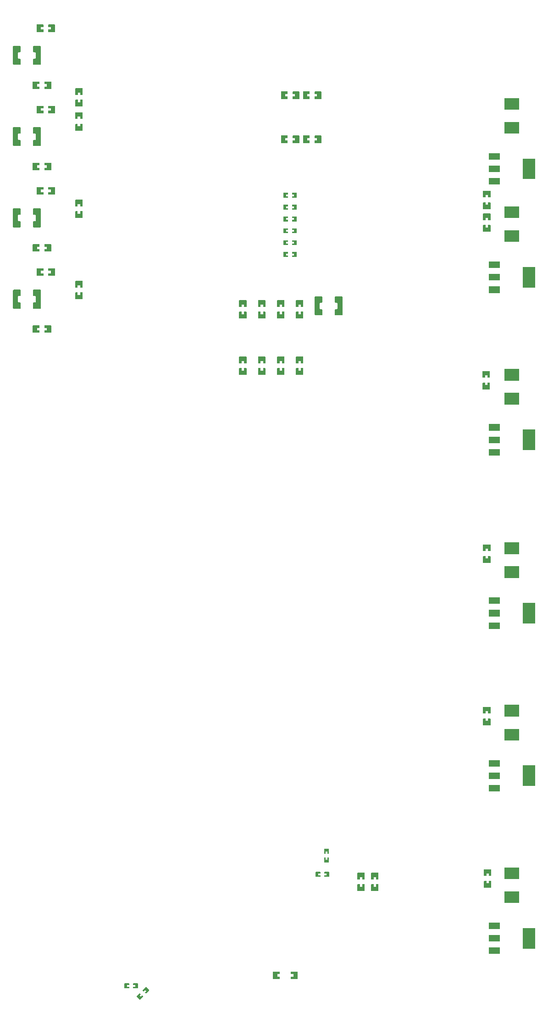
<source format=gbp>
G04 Layer: BottomPasteMaskLayer*
G04 EasyEDA v6.5.9, 2022-07-29 15:52:37*
G04 80419b3afb544e71809359e13b9e66d5,1d0123f043c44c6e98dfa3af7fe3442e,10*
G04 Gerber Generator version 0.2*
G04 Scale: 100 percent, Rotated: No, Reflected: No *
G04 Dimensions in millimeters *
G04 leading zeros omitted , absolute positions ,4 integer and 5 decimal *
%FSLAX45Y45*%
%MOMM*%

%ADD10C,0.0001*%

%LPD*%
G36*
X2581859Y943660D02*
G01*
X2525268Y887120D01*
X2525268Y880059D01*
X2581859Y823468D01*
X2588920Y823468D01*
X2645511Y880059D01*
X2645511Y887120D01*
X2628392Y904240D01*
X2602230Y878078D01*
X2578862Y901395D01*
X2605024Y927557D01*
X2588920Y943660D01*
G37*
G36*
X2694279Y1056132D02*
G01*
X2638399Y1000252D01*
X2638399Y993190D01*
X2654554Y977087D01*
X2681427Y1003909D01*
X2704744Y980592D01*
X2677871Y953719D01*
X2694990Y936599D01*
X2702052Y936599D01*
X2757932Y992479D01*
X2757932Y999540D01*
X2701340Y1056132D01*
G37*
G36*
X2465222Y1124508D02*
G01*
X2460193Y1119479D01*
X2460193Y1095298D01*
X2497175Y1095298D01*
X2497175Y1062278D01*
X2460193Y1062278D01*
X2460193Y1039520D01*
X2465222Y1034491D01*
X2545181Y1034491D01*
X2550210Y1039520D01*
X2550210Y1119479D01*
X2545181Y1124508D01*
G37*
G36*
X2306218Y1124508D02*
G01*
X2301189Y1119479D01*
X2301189Y1039520D01*
X2306218Y1034491D01*
X2385212Y1034491D01*
X2390190Y1039520D01*
X2390190Y1062278D01*
X2352192Y1062278D01*
X2352192Y1095298D01*
X2390190Y1095298D01*
X2390190Y1119479D01*
X2385212Y1124508D01*
G37*
G36*
X6944512Y2952699D02*
G01*
X6944512Y2907690D01*
X6899503Y2907690D01*
X6899503Y2951683D01*
X6857492Y2952191D01*
X6852513Y2947212D01*
X6852513Y2832201D01*
X6857492Y2827172D01*
X6985508Y2827172D01*
X6990486Y2832201D01*
X6990486Y2947212D01*
X6985508Y2952191D01*
G37*
G36*
X6857492Y3167176D02*
G01*
X6852513Y3162198D01*
X6852513Y3047187D01*
X6857492Y3042208D01*
X6899503Y3042208D01*
X6899503Y3086709D01*
X6944512Y3086709D01*
X6944512Y3042716D01*
X6985508Y3042208D01*
X6990486Y3047187D01*
X6990486Y3162198D01*
X6985508Y3167176D01*
G37*
G36*
X6690512Y2952699D02*
G01*
X6690512Y2907690D01*
X6645503Y2907690D01*
X6645503Y2951683D01*
X6603492Y2952191D01*
X6598513Y2947212D01*
X6598513Y2832201D01*
X6603492Y2827172D01*
X6731508Y2827172D01*
X6736486Y2832201D01*
X6736486Y2947212D01*
X6731508Y2952191D01*
G37*
G36*
X6603492Y3167176D02*
G01*
X6598513Y3162198D01*
X6598513Y3047187D01*
X6603492Y3042208D01*
X6645503Y3042208D01*
X6645503Y3086709D01*
X6690512Y3086709D01*
X6690512Y3042716D01*
X6731508Y3042208D01*
X6736486Y3047187D01*
X6736486Y3162198D01*
X6731508Y3167176D01*
G37*
G36*
X612444Y17766995D02*
G01*
X607466Y17761966D01*
X607466Y17634000D01*
X612444Y17628971D01*
X727456Y17628971D01*
X732434Y17634000D01*
X732942Y17674996D01*
X687933Y17674996D01*
X687933Y17720005D01*
X731977Y17720005D01*
X732434Y17761966D01*
X727456Y17766995D01*
G37*
G36*
X827430Y17766995D02*
G01*
X822452Y17761966D01*
X822452Y17720005D01*
X866952Y17720005D01*
X866952Y17674996D01*
X822960Y17674996D01*
X822452Y17634000D01*
X827430Y17628971D01*
X942441Y17628971D01*
X947470Y17634000D01*
X947470Y17761966D01*
X942441Y17766995D01*
G37*
G36*
X612444Y16267125D02*
G01*
X607466Y16262096D01*
X607466Y16134130D01*
X612444Y16129101D01*
X727456Y16129101D01*
X732434Y16134130D01*
X732942Y16175126D01*
X687933Y16175126D01*
X687933Y16220135D01*
X731977Y16220135D01*
X732434Y16262096D01*
X727456Y16267125D01*
G37*
G36*
X827430Y16267125D02*
G01*
X822452Y16262096D01*
X822452Y16220135D01*
X866952Y16220135D01*
X866952Y16175126D01*
X822960Y16175126D01*
X822452Y16134130D01*
X827430Y16129101D01*
X942441Y16129101D01*
X947470Y16134130D01*
X947470Y16262096D01*
X942441Y16267125D01*
G37*
G36*
X612444Y14767001D02*
G01*
X607466Y14761972D01*
X607466Y14634006D01*
X612444Y14628977D01*
X727456Y14628977D01*
X732434Y14634006D01*
X732942Y14675002D01*
X687933Y14675002D01*
X687933Y14720011D01*
X731977Y14720011D01*
X732434Y14761972D01*
X727456Y14767001D01*
G37*
G36*
X827430Y14767001D02*
G01*
X822452Y14761972D01*
X822452Y14720011D01*
X866952Y14720011D01*
X866952Y14675002D01*
X822960Y14675002D01*
X822452Y14634006D01*
X827430Y14628977D01*
X942441Y14628977D01*
X947470Y14634006D01*
X947470Y14761972D01*
X942441Y14767001D01*
G37*
G36*
X612444Y13266877D02*
G01*
X607466Y13261848D01*
X607466Y13133882D01*
X612444Y13128853D01*
X727456Y13128853D01*
X732434Y13133882D01*
X732942Y13174878D01*
X687933Y13174878D01*
X687933Y13219887D01*
X731977Y13219887D01*
X732434Y13261848D01*
X727456Y13266877D01*
G37*
G36*
X827430Y13266877D02*
G01*
X822452Y13261848D01*
X822452Y13219887D01*
X866952Y13219887D01*
X866952Y13174878D01*
X822960Y13174878D01*
X822452Y13133882D01*
X827430Y13128853D01*
X942441Y13128853D01*
X947470Y13133882D01*
X947470Y13261848D01*
X942441Y13266877D01*
G37*
G36*
X5992520Y3445306D02*
G01*
X5987491Y3440277D01*
X5987491Y3360318D01*
X5992520Y3355289D01*
X6072479Y3355289D01*
X6077508Y3360318D01*
X6077508Y3440277D01*
X6072479Y3445306D01*
X6048298Y3445306D01*
X6048298Y3408273D01*
X6015278Y3408273D01*
X6015278Y3445306D01*
G37*
G36*
X5992520Y3604310D02*
G01*
X5987491Y3599281D01*
X5987491Y3520287D01*
X5992520Y3515309D01*
X6015278Y3515309D01*
X6015278Y3553307D01*
X6048298Y3553307D01*
X6048298Y3515309D01*
X6072479Y3515309D01*
X6077508Y3520287D01*
X6077508Y3599281D01*
X6072479Y3604310D01*
G37*
G36*
X5995822Y3181908D02*
G01*
X5990793Y3176879D01*
X5990793Y3152698D01*
X6027775Y3152698D01*
X6027775Y3119678D01*
X5990793Y3119678D01*
X5990793Y3096920D01*
X5995822Y3091891D01*
X6075781Y3091891D01*
X6080810Y3096920D01*
X6080810Y3176879D01*
X6075781Y3181908D01*
G37*
G36*
X5836818Y3181908D02*
G01*
X5831789Y3176879D01*
X5831789Y3096920D01*
X5836818Y3091891D01*
X5915812Y3091891D01*
X5920790Y3096920D01*
X5920790Y3119678D01*
X5882792Y3119678D01*
X5882792Y3152698D01*
X5920790Y3152698D01*
X5920790Y3176879D01*
X5915812Y3181908D01*
G37*
G36*
X5194401Y16769486D02*
G01*
X5189372Y16764507D01*
X5189372Y16636492D01*
X5194401Y16631513D01*
X5309412Y16631513D01*
X5314391Y16636492D01*
X5314899Y16677487D01*
X5269890Y16677487D01*
X5269890Y16722496D01*
X5313883Y16722496D01*
X5314391Y16764507D01*
X5309412Y16769486D01*
G37*
G36*
X5409387Y16769486D02*
G01*
X5404408Y16764507D01*
X5404408Y16722496D01*
X5448909Y16722496D01*
X5448909Y16677487D01*
X5404916Y16677487D01*
X5404408Y16636492D01*
X5409387Y16631513D01*
X5524398Y16631513D01*
X5529376Y16636492D01*
X5529376Y16764507D01*
X5524398Y16769486D01*
G37*
G36*
X5194401Y17582286D02*
G01*
X5189372Y17577308D01*
X5189372Y17449292D01*
X5194401Y17444313D01*
X5309412Y17444313D01*
X5314391Y17449292D01*
X5314899Y17490287D01*
X5269890Y17490287D01*
X5269890Y17535296D01*
X5313883Y17535296D01*
X5314391Y17577308D01*
X5309412Y17582286D01*
G37*
G36*
X5409387Y17582286D02*
G01*
X5404408Y17577308D01*
X5404408Y17535296D01*
X5448909Y17535296D01*
X5448909Y17490287D01*
X5404916Y17490287D01*
X5404408Y17449292D01*
X5409387Y17444313D01*
X5524398Y17444313D01*
X5529376Y17449292D01*
X5529376Y17577308D01*
X5524398Y17582286D01*
G37*
G36*
X5600801Y16769486D02*
G01*
X5595772Y16764507D01*
X5595772Y16636492D01*
X5600801Y16631513D01*
X5715812Y16631513D01*
X5720791Y16636492D01*
X5721299Y16677487D01*
X5676290Y16677487D01*
X5676290Y16722496D01*
X5720283Y16722496D01*
X5720791Y16764507D01*
X5715812Y16769486D01*
G37*
G36*
X5815787Y16769486D02*
G01*
X5810808Y16764507D01*
X5810808Y16722496D01*
X5855309Y16722496D01*
X5855309Y16677487D01*
X5811316Y16677487D01*
X5810808Y16636492D01*
X5815787Y16631513D01*
X5930798Y16631513D01*
X5935776Y16636492D01*
X5935776Y16764507D01*
X5930798Y16769486D01*
G37*
G36*
X5600801Y17582286D02*
G01*
X5595772Y17577308D01*
X5595772Y17449292D01*
X5600801Y17444313D01*
X5715812Y17444313D01*
X5720791Y17449292D01*
X5721299Y17490287D01*
X5676290Y17490287D01*
X5676290Y17535296D01*
X5720283Y17535296D01*
X5720791Y17577308D01*
X5715812Y17582286D01*
G37*
G36*
X5815787Y17582286D02*
G01*
X5810808Y17577308D01*
X5810808Y17535296D01*
X5855309Y17535296D01*
X5855309Y17490287D01*
X5811316Y17490287D01*
X5810808Y17449292D01*
X5815787Y17444313D01*
X5930798Y17444313D01*
X5935776Y17449292D01*
X5935776Y17577308D01*
X5930798Y17582286D01*
G37*
G36*
X5398922Y15711728D02*
G01*
X5393893Y15706699D01*
X5393893Y15682518D01*
X5430875Y15682518D01*
X5430875Y15649498D01*
X5393893Y15649498D01*
X5393893Y15626740D01*
X5398922Y15621711D01*
X5478881Y15621711D01*
X5483910Y15626740D01*
X5483910Y15706699D01*
X5478881Y15711728D01*
G37*
G36*
X5239918Y15711728D02*
G01*
X5234889Y15706699D01*
X5234889Y15626740D01*
X5239918Y15621711D01*
X5318912Y15621711D01*
X5323890Y15626740D01*
X5323890Y15649498D01*
X5285892Y15649498D01*
X5285892Y15682518D01*
X5323890Y15682518D01*
X5323890Y15706699D01*
X5318912Y15711728D01*
G37*
G36*
X5398922Y15493288D02*
G01*
X5393893Y15488259D01*
X5393893Y15464078D01*
X5430875Y15464078D01*
X5430875Y15431058D01*
X5393893Y15431058D01*
X5393893Y15408300D01*
X5398922Y15403271D01*
X5478881Y15403271D01*
X5483910Y15408300D01*
X5483910Y15488259D01*
X5478881Y15493288D01*
G37*
G36*
X5239918Y15493288D02*
G01*
X5234889Y15488259D01*
X5234889Y15408300D01*
X5239918Y15403271D01*
X5318912Y15403271D01*
X5323890Y15408300D01*
X5323890Y15431058D01*
X5285892Y15431058D01*
X5285892Y15464078D01*
X5323890Y15464078D01*
X5323890Y15488259D01*
X5318912Y15493288D01*
G37*
G36*
X5398922Y15274848D02*
G01*
X5393893Y15269819D01*
X5393893Y15245638D01*
X5430875Y15245638D01*
X5430875Y15212618D01*
X5393893Y15212618D01*
X5393893Y15189860D01*
X5398922Y15184831D01*
X5478881Y15184831D01*
X5483910Y15189860D01*
X5483910Y15269819D01*
X5478881Y15274848D01*
G37*
G36*
X5239918Y15274848D02*
G01*
X5234889Y15269819D01*
X5234889Y15189860D01*
X5239918Y15184831D01*
X5318912Y15184831D01*
X5323890Y15189860D01*
X5323890Y15212618D01*
X5285892Y15212618D01*
X5285892Y15245638D01*
X5323890Y15245638D01*
X5323890Y15269819D01*
X5318912Y15274848D01*
G37*
G36*
X5398922Y15056408D02*
G01*
X5393893Y15051379D01*
X5393893Y15027198D01*
X5430875Y15027198D01*
X5430875Y14994178D01*
X5393893Y14994178D01*
X5393893Y14971420D01*
X5398922Y14966391D01*
X5478881Y14966391D01*
X5483910Y14971420D01*
X5483910Y15051379D01*
X5478881Y15056408D01*
G37*
G36*
X5239918Y15056408D02*
G01*
X5234889Y15051379D01*
X5234889Y14971420D01*
X5239918Y14966391D01*
X5318912Y14966391D01*
X5323890Y14971420D01*
X5323890Y14994178D01*
X5285892Y14994178D01*
X5285892Y15027198D01*
X5323890Y15027198D01*
X5323890Y15051379D01*
X5318912Y15056408D01*
G37*
G36*
X5398922Y14837968D02*
G01*
X5393893Y14832939D01*
X5393893Y14808758D01*
X5430875Y14808758D01*
X5430875Y14775738D01*
X5393893Y14775738D01*
X5393893Y14752980D01*
X5398922Y14747951D01*
X5478881Y14747951D01*
X5483910Y14752980D01*
X5483910Y14832939D01*
X5478881Y14837968D01*
G37*
G36*
X5239918Y14837968D02*
G01*
X5234889Y14832939D01*
X5234889Y14752980D01*
X5239918Y14747951D01*
X5318912Y14747951D01*
X5323890Y14752980D01*
X5323890Y14775738D01*
X5285892Y14775738D01*
X5285892Y14808758D01*
X5323890Y14808758D01*
X5323890Y14832939D01*
X5318912Y14837968D01*
G37*
G36*
X5398922Y14619528D02*
G01*
X5393893Y14614499D01*
X5393893Y14590318D01*
X5430875Y14590318D01*
X5430875Y14557298D01*
X5393893Y14557298D01*
X5393893Y14534540D01*
X5398922Y14529511D01*
X5478881Y14529511D01*
X5483910Y14534540D01*
X5483910Y14614499D01*
X5478881Y14619528D01*
G37*
G36*
X5239918Y14619528D02*
G01*
X5234889Y14614499D01*
X5234889Y14534540D01*
X5239918Y14529511D01*
X5318912Y14529511D01*
X5323890Y14534540D01*
X5323890Y14557298D01*
X5285892Y14557298D01*
X5285892Y14590318D01*
X5323890Y14590318D01*
X5323890Y14614499D01*
X5318912Y14619528D01*
G37*
G36*
X1483512Y17430699D02*
G01*
X1483512Y17385690D01*
X1438503Y17385690D01*
X1438503Y17429683D01*
X1396492Y17430191D01*
X1391513Y17425212D01*
X1391513Y17310201D01*
X1396492Y17305172D01*
X1524508Y17305172D01*
X1529486Y17310201D01*
X1529486Y17425212D01*
X1524508Y17430191D01*
G37*
G36*
X1396492Y17645176D02*
G01*
X1391513Y17640198D01*
X1391513Y17525187D01*
X1396492Y17520208D01*
X1438503Y17520208D01*
X1438503Y17564709D01*
X1483512Y17564709D01*
X1483512Y17520716D01*
X1524508Y17520208D01*
X1529486Y17525187D01*
X1529486Y17640198D01*
X1524508Y17645176D01*
G37*
G36*
X1396492Y17200727D02*
G01*
X1391513Y17195698D01*
X1391513Y17080687D01*
X1396492Y17075708D01*
X1437487Y17075200D01*
X1437487Y17120209D01*
X1482496Y17120209D01*
X1482496Y17076216D01*
X1524508Y17075708D01*
X1529486Y17080687D01*
X1529486Y17195698D01*
X1524508Y17200727D01*
G37*
G36*
X1396492Y16985691D02*
G01*
X1391513Y16980712D01*
X1391513Y16865701D01*
X1396492Y16860723D01*
X1524508Y16860723D01*
X1529486Y16865701D01*
X1529486Y16980712D01*
X1524508Y16985691D01*
X1482496Y16985691D01*
X1482496Y16941190D01*
X1437487Y16941190D01*
X1437487Y16985183D01*
G37*
G36*
X1396492Y15587827D02*
G01*
X1391513Y15582798D01*
X1391513Y15467787D01*
X1396492Y15462808D01*
X1437487Y15462300D01*
X1437487Y15507309D01*
X1482496Y15507309D01*
X1482496Y15463316D01*
X1524508Y15462808D01*
X1529486Y15467787D01*
X1529486Y15582798D01*
X1524508Y15587827D01*
G37*
G36*
X1396492Y15372791D02*
G01*
X1391513Y15367812D01*
X1391513Y15252801D01*
X1396492Y15247823D01*
X1524508Y15247823D01*
X1529486Y15252801D01*
X1529486Y15367812D01*
X1524508Y15372791D01*
X1482496Y15372791D01*
X1482496Y15328290D01*
X1437487Y15328290D01*
X1437487Y15372283D01*
G37*
G36*
X1396492Y14089227D02*
G01*
X1391513Y14084198D01*
X1391513Y13969187D01*
X1396492Y13964208D01*
X1437487Y13963700D01*
X1437487Y14008709D01*
X1482496Y14008709D01*
X1482496Y13964716D01*
X1524508Y13964208D01*
X1529486Y13969187D01*
X1529486Y14084198D01*
X1524508Y14089227D01*
G37*
G36*
X1396492Y13874191D02*
G01*
X1391513Y13869212D01*
X1391513Y13754201D01*
X1396492Y13749223D01*
X1524508Y13749223D01*
X1529486Y13754201D01*
X1529486Y13869212D01*
X1524508Y13874191D01*
X1482496Y13874191D01*
X1482496Y13829690D01*
X1437487Y13829690D01*
X1437487Y13873683D01*
G37*
G36*
X5557672Y13519099D02*
G01*
X5557672Y13474090D01*
X5512663Y13474090D01*
X5512663Y13518083D01*
X5470652Y13518591D01*
X5465673Y13513612D01*
X5465673Y13398601D01*
X5470652Y13393572D01*
X5598668Y13393572D01*
X5603646Y13398601D01*
X5603646Y13513612D01*
X5598668Y13518591D01*
G37*
G36*
X5470652Y13733576D02*
G01*
X5465673Y13728598D01*
X5465673Y13613587D01*
X5470652Y13608608D01*
X5512663Y13608608D01*
X5512663Y13653109D01*
X5557672Y13653109D01*
X5557672Y13609116D01*
X5598668Y13608608D01*
X5603646Y13613587D01*
X5603646Y13728598D01*
X5598668Y13733576D01*
G37*
G36*
X5557672Y12477699D02*
G01*
X5557672Y12432690D01*
X5512663Y12432690D01*
X5512663Y12476683D01*
X5470652Y12477191D01*
X5465673Y12472212D01*
X5465673Y12357201D01*
X5470652Y12352172D01*
X5598668Y12352172D01*
X5603646Y12357201D01*
X5603646Y12472212D01*
X5598668Y12477191D01*
G37*
G36*
X5470652Y12692176D02*
G01*
X5465673Y12687198D01*
X5465673Y12572187D01*
X5470652Y12567208D01*
X5512663Y12567208D01*
X5512663Y12611709D01*
X5557672Y12611709D01*
X5557672Y12567716D01*
X5598668Y12567208D01*
X5603646Y12572187D01*
X5603646Y12687198D01*
X5598668Y12692176D01*
G37*
G36*
X5209692Y12477699D02*
G01*
X5209692Y12432690D01*
X5164683Y12432690D01*
X5164683Y12476683D01*
X5122672Y12477191D01*
X5117693Y12472212D01*
X5117693Y12357201D01*
X5122672Y12352172D01*
X5250688Y12352172D01*
X5255666Y12357201D01*
X5255666Y12472212D01*
X5250688Y12477191D01*
G37*
G36*
X5122672Y12692176D02*
G01*
X5117693Y12687198D01*
X5117693Y12572187D01*
X5122672Y12567208D01*
X5164683Y12567208D01*
X5164683Y12611709D01*
X5209692Y12611709D01*
X5209692Y12567716D01*
X5250688Y12567208D01*
X5255666Y12572187D01*
X5255666Y12687198D01*
X5250688Y12692176D01*
G37*
G36*
X5209692Y13519099D02*
G01*
X5209692Y13474090D01*
X5164683Y13474090D01*
X5164683Y13518083D01*
X5122672Y13518591D01*
X5117693Y13513612D01*
X5117693Y13398601D01*
X5122672Y13393572D01*
X5250688Y13393572D01*
X5255666Y13398601D01*
X5255666Y13513612D01*
X5250688Y13518591D01*
G37*
G36*
X5122672Y13733576D02*
G01*
X5117693Y13728598D01*
X5117693Y13613587D01*
X5122672Y13608608D01*
X5164683Y13608608D01*
X5164683Y13653109D01*
X5209692Y13653109D01*
X5209692Y13609116D01*
X5250688Y13608608D01*
X5255666Y13613587D01*
X5255666Y13728598D01*
X5250688Y13733576D01*
G37*
G36*
X4859172Y12477699D02*
G01*
X4859172Y12432690D01*
X4814163Y12432690D01*
X4814163Y12476683D01*
X4772152Y12477191D01*
X4767173Y12472212D01*
X4767173Y12357201D01*
X4772152Y12352172D01*
X4900168Y12352172D01*
X4905146Y12357201D01*
X4905146Y12472212D01*
X4900168Y12477191D01*
G37*
G36*
X4772152Y12692176D02*
G01*
X4767173Y12687198D01*
X4767173Y12572187D01*
X4772152Y12567208D01*
X4814163Y12567208D01*
X4814163Y12611709D01*
X4859172Y12611709D01*
X4859172Y12567716D01*
X4900168Y12567208D01*
X4905146Y12572187D01*
X4905146Y12687198D01*
X4900168Y12692176D01*
G37*
G36*
X4859172Y13519099D02*
G01*
X4859172Y13474090D01*
X4814163Y13474090D01*
X4814163Y13518083D01*
X4772152Y13518591D01*
X4767173Y13513612D01*
X4767173Y13398601D01*
X4772152Y13393572D01*
X4900168Y13393572D01*
X4905146Y13398601D01*
X4905146Y13513612D01*
X4900168Y13518591D01*
G37*
G36*
X4772152Y13733576D02*
G01*
X4767173Y13728598D01*
X4767173Y13613587D01*
X4772152Y13608608D01*
X4814163Y13608608D01*
X4814163Y13653109D01*
X4859172Y13653109D01*
X4859172Y13609116D01*
X4900168Y13608608D01*
X4905146Y13613587D01*
X4905146Y13728598D01*
X4900168Y13733576D01*
G37*
G36*
X4508652Y12477699D02*
G01*
X4508652Y12432690D01*
X4463643Y12432690D01*
X4463643Y12476683D01*
X4421632Y12477191D01*
X4416653Y12472212D01*
X4416653Y12357201D01*
X4421632Y12352172D01*
X4549648Y12352172D01*
X4554626Y12357201D01*
X4554626Y12472212D01*
X4549648Y12477191D01*
G37*
G36*
X4421632Y12692176D02*
G01*
X4416653Y12687198D01*
X4416653Y12572187D01*
X4421632Y12567208D01*
X4463643Y12567208D01*
X4463643Y12611709D01*
X4508652Y12611709D01*
X4508652Y12567716D01*
X4549648Y12567208D01*
X4554626Y12572187D01*
X4554626Y12687198D01*
X4549648Y12692176D01*
G37*
G36*
X4508652Y13519099D02*
G01*
X4508652Y13474090D01*
X4463643Y13474090D01*
X4463643Y13518083D01*
X4421632Y13518591D01*
X4416653Y13513612D01*
X4416653Y13398601D01*
X4421632Y13393572D01*
X4549648Y13393572D01*
X4554626Y13398601D01*
X4554626Y13513612D01*
X4549648Y13518591D01*
G37*
G36*
X4421632Y13733576D02*
G01*
X4416653Y13728598D01*
X4416653Y13613587D01*
X4421632Y13608608D01*
X4463643Y13608608D01*
X4463643Y13653109D01*
X4508652Y13653109D01*
X4508652Y13609116D01*
X4549648Y13608608D01*
X4554626Y13613587D01*
X4554626Y13728598D01*
X4549648Y13733576D01*
G37*
G36*
X8927592Y15752927D02*
G01*
X8922613Y15747898D01*
X8922613Y15632887D01*
X8927592Y15627908D01*
X8968587Y15627400D01*
X8968587Y15672409D01*
X9013596Y15672409D01*
X9013596Y15628416D01*
X9055608Y15627908D01*
X9060586Y15632887D01*
X9060586Y15747898D01*
X9055608Y15752927D01*
G37*
G36*
X8927592Y15537891D02*
G01*
X8922613Y15532912D01*
X8922613Y15417901D01*
X8927592Y15412923D01*
X9055608Y15412923D01*
X9060586Y15417901D01*
X9060586Y15532912D01*
X9055608Y15537891D01*
X9013596Y15537891D01*
X9013596Y15493390D01*
X8968587Y15493390D01*
X8968587Y15537383D01*
G37*
G36*
X9014612Y15119299D02*
G01*
X9014612Y15074290D01*
X8969603Y15074290D01*
X8969603Y15118283D01*
X8927592Y15118791D01*
X8922613Y15113812D01*
X8922613Y14998801D01*
X8927592Y14993772D01*
X9055608Y14993772D01*
X9060586Y14998801D01*
X9060586Y15113812D01*
X9055608Y15118791D01*
G37*
G36*
X8927592Y15333776D02*
G01*
X8922613Y15328798D01*
X8922613Y15213787D01*
X8927592Y15208808D01*
X8969603Y15208808D01*
X8969603Y15253309D01*
X9014612Y15253309D01*
X9014612Y15209316D01*
X9055608Y15208808D01*
X9060586Y15213787D01*
X9060586Y15328798D01*
X9055608Y15333776D01*
G37*
G36*
X9001912Y12210999D02*
G01*
X9001912Y12165990D01*
X8956903Y12165990D01*
X8956903Y12209983D01*
X8914892Y12210491D01*
X8909913Y12205512D01*
X8909913Y12090501D01*
X8914892Y12085472D01*
X9042908Y12085472D01*
X9047886Y12090501D01*
X9047886Y12205512D01*
X9042908Y12210491D01*
G37*
G36*
X8914892Y12425476D02*
G01*
X8909913Y12420498D01*
X8909913Y12305487D01*
X8914892Y12300508D01*
X8956903Y12300508D01*
X8956903Y12345009D01*
X9001912Y12345009D01*
X9001912Y12301016D01*
X9042908Y12300508D01*
X9047886Y12305487D01*
X9047886Y12420498D01*
X9042908Y12425476D01*
G37*
G36*
X9014612Y9010599D02*
G01*
X9014612Y8965590D01*
X8969603Y8965590D01*
X8969603Y9009583D01*
X8927592Y9010091D01*
X8922613Y9005112D01*
X8922613Y8890101D01*
X8927592Y8885072D01*
X9055608Y8885072D01*
X9060586Y8890101D01*
X9060586Y9005112D01*
X9055608Y9010091D01*
G37*
G36*
X8927592Y9225076D02*
G01*
X8922613Y9220098D01*
X8922613Y9105087D01*
X8927592Y9100108D01*
X8969603Y9100108D01*
X8969603Y9144609D01*
X9014612Y9144609D01*
X9014612Y9100616D01*
X9055608Y9100108D01*
X9060586Y9105087D01*
X9060586Y9220098D01*
X9055608Y9225076D01*
G37*
G36*
X9014612Y6013399D02*
G01*
X9014612Y5968390D01*
X8969603Y5968390D01*
X8969603Y6012383D01*
X8927592Y6012891D01*
X8922613Y6007912D01*
X8922613Y5892901D01*
X8927592Y5887872D01*
X9055608Y5887872D01*
X9060586Y5892901D01*
X9060586Y6007912D01*
X9055608Y6012891D01*
G37*
G36*
X8927592Y6227876D02*
G01*
X8922613Y6222898D01*
X8922613Y6107887D01*
X8927592Y6102908D01*
X8969603Y6102908D01*
X8969603Y6147409D01*
X9014612Y6147409D01*
X9014612Y6103416D01*
X9055608Y6102908D01*
X9060586Y6107887D01*
X9060586Y6222898D01*
X9055608Y6227876D01*
G37*
G36*
X9027312Y3016199D02*
G01*
X9027312Y2971190D01*
X8982303Y2971190D01*
X8982303Y3015183D01*
X8940292Y3015691D01*
X8935313Y3010712D01*
X8935313Y2895701D01*
X8940292Y2890672D01*
X9068308Y2890672D01*
X9073286Y2895701D01*
X9073286Y3010712D01*
X9068308Y3015691D01*
G37*
G36*
X8940292Y3230676D02*
G01*
X8935313Y3225698D01*
X8935313Y3110687D01*
X8940292Y3105708D01*
X8982303Y3105708D01*
X8982303Y3150209D01*
X9027312Y3150209D01*
X9027312Y3106216D01*
X9068308Y3105708D01*
X9073286Y3110687D01*
X9073286Y3225698D01*
X9068308Y3230676D01*
G37*
G36*
X5824931Y13802055D02*
G01*
X5814923Y13792047D01*
X5814923Y13462152D01*
X5824931Y13452144D01*
X5945581Y13452144D01*
X5955588Y13462152D01*
X5955588Y13557605D01*
X5945581Y13567613D01*
X5917793Y13567613D01*
X5907786Y13577620D01*
X5907786Y13676579D01*
X5917793Y13686586D01*
X5945581Y13686586D01*
X5955588Y13696594D01*
X5955588Y13792047D01*
X5945581Y13802055D01*
G37*
G36*
X6195618Y13802055D02*
G01*
X6185611Y13792047D01*
X6185611Y13696594D01*
X6195618Y13686586D01*
X6223406Y13686586D01*
X6233414Y13676579D01*
X6233414Y13577620D01*
X6223406Y13567613D01*
X6195618Y13567613D01*
X6185611Y13557605D01*
X6185611Y13462152D01*
X6195618Y13452144D01*
X6316268Y13452144D01*
X6326276Y13462152D01*
X6326276Y13792047D01*
X6316268Y13802055D01*
G37*
G36*
X684885Y18819012D02*
G01*
X679856Y18814034D01*
X679856Y18686018D01*
X684885Y18681039D01*
X799896Y18681039D01*
X804875Y18686018D01*
X805383Y18727013D01*
X760374Y18727013D01*
X760374Y18772022D01*
X804367Y18772022D01*
X804875Y18814034D01*
X799896Y18819012D01*
G37*
G36*
X899871Y18819012D02*
G01*
X894892Y18814034D01*
X894892Y18772022D01*
X939393Y18772022D01*
X939393Y18727013D01*
X895400Y18727013D01*
X894892Y18686018D01*
X899871Y18681039D01*
X1014882Y18681039D01*
X1019860Y18686018D01*
X1019860Y18814034D01*
X1014882Y18819012D01*
G37*
G36*
X684885Y17318888D02*
G01*
X679856Y17313910D01*
X679856Y17185894D01*
X684885Y17180915D01*
X799896Y17180915D01*
X804875Y17185894D01*
X805383Y17226889D01*
X760374Y17226889D01*
X760374Y17271898D01*
X804367Y17271898D01*
X804875Y17313910D01*
X799896Y17318888D01*
G37*
G36*
X899871Y17318888D02*
G01*
X894892Y17313910D01*
X894892Y17271898D01*
X939393Y17271898D01*
X939393Y17226889D01*
X895400Y17226889D01*
X894892Y17185894D01*
X899871Y17180915D01*
X1014882Y17180915D01*
X1019860Y17185894D01*
X1019860Y17313910D01*
X1014882Y17318888D01*
G37*
G36*
X684885Y15819018D02*
G01*
X679856Y15814040D01*
X679856Y15686024D01*
X684885Y15681045D01*
X799896Y15681045D01*
X804875Y15686024D01*
X805383Y15727019D01*
X760374Y15727019D01*
X760374Y15772028D01*
X804367Y15772028D01*
X804875Y15814040D01*
X799896Y15819018D01*
G37*
G36*
X899871Y15819018D02*
G01*
X894892Y15814040D01*
X894892Y15772028D01*
X939393Y15772028D01*
X939393Y15727019D01*
X895400Y15727019D01*
X894892Y15686024D01*
X899871Y15681045D01*
X1014882Y15681045D01*
X1019860Y15686024D01*
X1019860Y15814040D01*
X1014882Y15819018D01*
G37*
G36*
X684885Y14318894D02*
G01*
X679856Y14313916D01*
X679856Y14185900D01*
X684885Y14180921D01*
X799896Y14180921D01*
X804875Y14185900D01*
X805383Y14226895D01*
X760374Y14226895D01*
X760374Y14271904D01*
X804367Y14271904D01*
X804875Y14313916D01*
X799896Y14318894D01*
G37*
G36*
X899871Y14318894D02*
G01*
X894892Y14313916D01*
X894892Y14271904D01*
X939393Y14271904D01*
X939393Y14226895D01*
X895400Y14226895D01*
X894892Y14185900D01*
X899871Y14180921D01*
X1014882Y14180921D01*
X1019860Y14185900D01*
X1019860Y14313916D01*
X1014882Y14318894D01*
G37*
G36*
X624992Y16924985D02*
G01*
X614984Y16914977D01*
X614984Y16819473D01*
X624992Y16809466D01*
X652830Y16809466D01*
X662838Y16799509D01*
X662838Y16700500D01*
X652830Y16690492D01*
X624992Y16690492D01*
X614984Y16680535D01*
X614984Y16585031D01*
X624992Y16575024D01*
X745642Y16575024D01*
X755650Y16585031D01*
X755650Y16914977D01*
X745642Y16924985D01*
G37*
G36*
X254355Y16924985D02*
G01*
X244348Y16914977D01*
X244348Y16585031D01*
X254355Y16575024D01*
X375005Y16575024D01*
X385013Y16585031D01*
X385013Y16680535D01*
X375005Y16690492D01*
X347167Y16690492D01*
X337159Y16700500D01*
X337159Y16799509D01*
X347167Y16809466D01*
X375005Y16809466D01*
X385013Y16819473D01*
X385013Y16914977D01*
X375005Y16924985D01*
G37*
G36*
X624992Y18424956D02*
G01*
X614984Y18414949D01*
X614984Y18319496D01*
X624992Y18309488D01*
X652830Y18309488D01*
X662838Y18299480D01*
X662838Y18200522D01*
X652830Y18190514D01*
X624992Y18190514D01*
X614984Y18180507D01*
X614984Y18085054D01*
X624992Y18075046D01*
X745642Y18075046D01*
X755650Y18085054D01*
X755650Y18414949D01*
X745642Y18424956D01*
G37*
G36*
X254355Y18424956D02*
G01*
X244348Y18414949D01*
X244348Y18085054D01*
X254355Y18075046D01*
X375005Y18075046D01*
X385013Y18085054D01*
X385013Y18180507D01*
X375005Y18190514D01*
X347167Y18190514D01*
X337159Y18200522D01*
X337159Y18299480D01*
X347167Y18309488D01*
X375005Y18309488D01*
X385013Y18319496D01*
X385013Y18414949D01*
X375005Y18424956D01*
G37*
G36*
X624992Y15424962D02*
G01*
X614984Y15414955D01*
X614984Y15319501D01*
X624992Y15309494D01*
X652830Y15309494D01*
X662838Y15299486D01*
X662838Y15200528D01*
X652830Y15190520D01*
X624992Y15190520D01*
X614984Y15180513D01*
X614984Y15085060D01*
X624992Y15075052D01*
X745642Y15075052D01*
X755650Y15085060D01*
X755650Y15414955D01*
X745642Y15424962D01*
G37*
G36*
X254355Y15424962D02*
G01*
X244348Y15414955D01*
X244348Y15085060D01*
X254355Y15075052D01*
X375005Y15075052D01*
X385013Y15085060D01*
X385013Y15180513D01*
X375005Y15190520D01*
X347167Y15190520D01*
X337159Y15200528D01*
X337159Y15299486D01*
X347167Y15309494D01*
X375005Y15309494D01*
X385013Y15319501D01*
X385013Y15414955D01*
X375005Y15424962D01*
G37*
G36*
X624992Y13924940D02*
G01*
X614984Y13914983D01*
X614984Y13819479D01*
X624992Y13809472D01*
X652830Y13809472D01*
X662838Y13799464D01*
X662838Y13700506D01*
X652830Y13690498D01*
X624992Y13690498D01*
X614984Y13680490D01*
X614984Y13585037D01*
X624992Y13575030D01*
X745642Y13575030D01*
X755650Y13585037D01*
X755650Y13914983D01*
X745642Y13924940D01*
G37*
G36*
X254355Y13924940D02*
G01*
X244348Y13914983D01*
X244348Y13585037D01*
X254355Y13575030D01*
X375005Y13575030D01*
X385013Y13585037D01*
X385013Y13680490D01*
X375005Y13690498D01*
X347167Y13690498D01*
X337159Y13700506D01*
X337159Y13799464D01*
X347167Y13809472D01*
X375005Y13809472D01*
X385013Y13819479D01*
X385013Y13914983D01*
X375005Y13924940D01*
G37*
G36*
X5048910Y1339494D02*
G01*
X5043881Y1334516D01*
X5043881Y1206500D01*
X5048910Y1201521D01*
X5163921Y1201521D01*
X5168900Y1206500D01*
X5168900Y1248511D01*
X5124399Y1248511D01*
X5124399Y1293520D01*
X5168392Y1293520D01*
X5168900Y1334516D01*
X5163921Y1339494D01*
G37*
G36*
X5379110Y1339494D02*
G01*
X5374081Y1334516D01*
X5373573Y1293520D01*
X5418582Y1293520D01*
X5418582Y1248511D01*
X5374589Y1248511D01*
X5374081Y1206500D01*
X5379110Y1201521D01*
X5494121Y1201521D01*
X5499100Y1206500D01*
X5499100Y1334516D01*
X5494121Y1339494D01*
G37*
G36*
X9587158Y5605068D02*
G01*
X9587158Y5820968D01*
X9312838Y5820968D01*
X9312838Y5605068D01*
G37*
G36*
X9587158Y6047028D02*
G01*
X9587158Y6262928D01*
X9312838Y6262928D01*
X9312838Y6047028D01*
G37*
G36*
X9587158Y2605069D02*
G01*
X9587158Y2820969D01*
X9312838Y2820969D01*
X9312838Y2605069D01*
G37*
G36*
X9587158Y3047029D02*
G01*
X9587158Y3262929D01*
X9312838Y3262929D01*
X9312838Y3047029D01*
G37*
G36*
X9652497Y4764999D02*
G01*
X9882497Y4764999D01*
X9882497Y5144998D01*
X9652497Y5144998D01*
G37*
G36*
X9032499Y4894999D02*
G01*
X9232498Y4894999D01*
X9232498Y5014998D01*
X9032499Y5014998D01*
G37*
G36*
X9032499Y5124996D02*
G01*
X9232498Y5124996D01*
X9232498Y5244995D01*
X9032499Y5244995D01*
G37*
G36*
X9032499Y4665002D02*
G01*
X9232498Y4665002D01*
X9232498Y4785001D01*
X9032499Y4785001D01*
G37*
G36*
X9652497Y1765000D02*
G01*
X9882497Y1765000D01*
X9882497Y2144999D01*
X9652497Y2144999D01*
G37*
G36*
X9032499Y1895000D02*
G01*
X9232498Y1895000D01*
X9232498Y2014999D01*
X9032499Y2014999D01*
G37*
G36*
X9032499Y2124997D02*
G01*
X9232498Y2124997D01*
X9232498Y2244996D01*
X9032499Y2244996D01*
G37*
G36*
X9032499Y1665003D02*
G01*
X9232498Y1665003D01*
X9232498Y1785002D01*
X9032499Y1785002D01*
G37*
G36*
X9587158Y16805069D02*
G01*
X9587158Y17020969D01*
X9312838Y17020969D01*
X9312838Y16805069D01*
G37*
G36*
X9587158Y17247029D02*
G01*
X9587158Y17462929D01*
X9312838Y17462929D01*
X9312838Y17247029D01*
G37*
G36*
X9587158Y14805070D02*
G01*
X9587158Y15020970D01*
X9312838Y15020970D01*
X9312838Y14805070D01*
G37*
G36*
X9587158Y15247030D02*
G01*
X9587158Y15462930D01*
X9312838Y15462930D01*
X9312838Y15247030D01*
G37*
G36*
X9587158Y11805069D02*
G01*
X9587158Y12020969D01*
X9312838Y12020969D01*
X9312838Y11805069D01*
G37*
G36*
X9587158Y12247029D02*
G01*
X9587158Y12462929D01*
X9312838Y12462929D01*
X9312838Y12247029D01*
G37*
G36*
X9587158Y8605070D02*
G01*
X9587158Y8820970D01*
X9312838Y8820970D01*
X9312838Y8605070D01*
G37*
G36*
X9587158Y9047030D02*
G01*
X9587158Y9262930D01*
X9312838Y9262930D01*
X9312838Y9047030D01*
G37*
G36*
X9652497Y15964999D02*
G01*
X9882497Y15964999D01*
X9882497Y16344999D01*
X9652497Y16344999D01*
G37*
G36*
X9032499Y16094999D02*
G01*
X9232498Y16094999D01*
X9232498Y16214999D01*
X9032499Y16214999D01*
G37*
G36*
X9032499Y16324996D02*
G01*
X9232498Y16324996D01*
X9232498Y16444996D01*
X9032499Y16444996D01*
G37*
G36*
X9032499Y15865002D02*
G01*
X9232498Y15865002D01*
X9232498Y15985002D01*
X9032499Y15985002D01*
G37*
G36*
X9652497Y13965001D02*
G01*
X9882497Y13965001D01*
X9882497Y14345000D01*
X9652497Y14345000D01*
G37*
G36*
X9032499Y14095001D02*
G01*
X9232498Y14095001D01*
X9232498Y14215000D01*
X9032499Y14215000D01*
G37*
G36*
X9032499Y14324998D02*
G01*
X9232498Y14324998D01*
X9232498Y14444997D01*
X9032499Y14444997D01*
G37*
G36*
X9032499Y13865004D02*
G01*
X9232498Y13865004D01*
X9232498Y13985003D01*
X9032499Y13985003D01*
G37*
G36*
X9652497Y10964999D02*
G01*
X9882497Y10964999D01*
X9882497Y11344998D01*
X9652497Y11344998D01*
G37*
G36*
X9032499Y11094999D02*
G01*
X9232498Y11094999D01*
X9232498Y11214999D01*
X9032499Y11214999D01*
G37*
G36*
X9032499Y11324996D02*
G01*
X9232498Y11324996D01*
X9232498Y11444996D01*
X9032499Y11444996D01*
G37*
G36*
X9032499Y10865002D02*
G01*
X9232498Y10865002D01*
X9232498Y10985002D01*
X9032499Y10985002D01*
G37*
G36*
X9652497Y7765000D02*
G01*
X9882497Y7765000D01*
X9882497Y8145000D01*
X9652497Y8145000D01*
G37*
G36*
X9032499Y7895000D02*
G01*
X9232498Y7895000D01*
X9232498Y8015000D01*
X9032499Y8015000D01*
G37*
G36*
X9032499Y8124997D02*
G01*
X9232498Y8124997D01*
X9232498Y8244997D01*
X9032499Y8244997D01*
G37*
G36*
X9032499Y7665003D02*
G01*
X9232498Y7665003D01*
X9232498Y7785003D01*
X9032499Y7785003D01*
G37*
M02*

</source>
